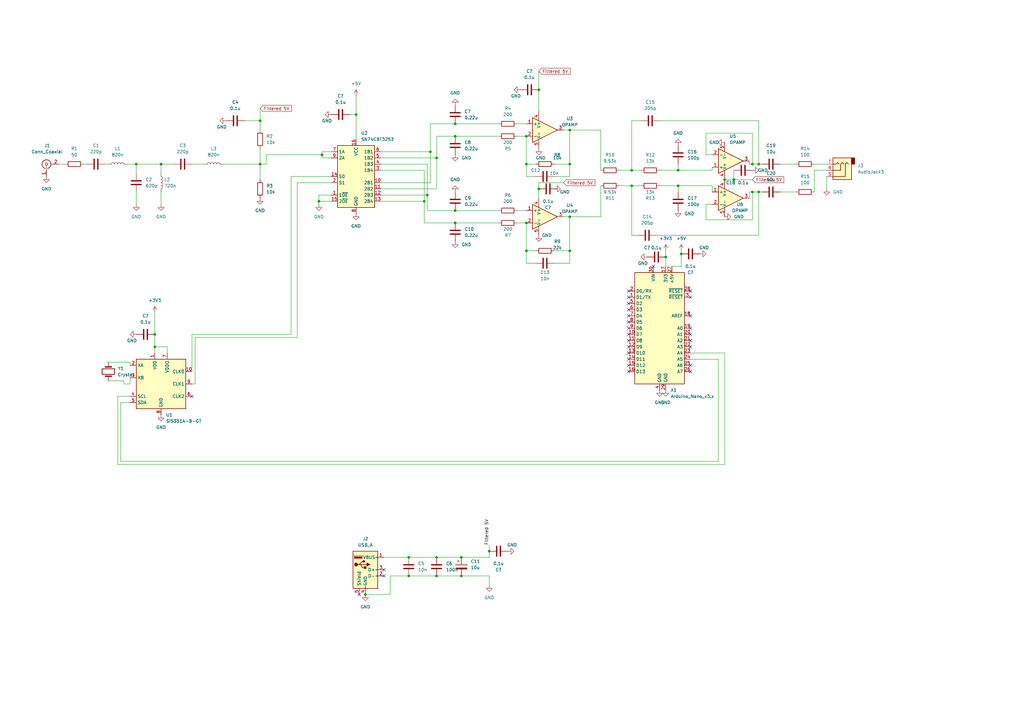
<source format=kicad_sch>
(kicad_sch (version 20211123) (generator eeschema)
  (paper "A3")
  (lib_symbols
    (symbol "Analog_Switch:SN74CBT3253"
      (property "Reference" "U" (at -7.62 13.97 0))
      (property "Value" "SN74CBT3253" (at -11.43 -13.97 0))
      (symbol "SN74CBT3253_0_1"
        (rectangle (start -7.62 12.7) (end 7.62 -12.7) (stroke (width 0.254)) (fill (type background)))
        (rectangle (start 7.62 -12.7) (end 7.62 -12.7))
      )
      (symbol "SN74CBT3253_1_1"
        (pin input line (at -10.16 -7.62 0) (length 2.54) (name "1~{OE}") (number "1"))
        (pin bidirectional line (at 10.16 -2.54 180) (length 2.54) (name "2B1") (number "10"))
        (pin bidirectional line (at 10.16 -5.08 180) (length 2.54) (name "2B2") (number "11"))
        (pin bidirectional line (at 10.16 -7.62 180) (length 2.54) (name "2B3") (number "12"))
        (pin bidirectional line (at 10.16 -10.16 180) (length 2.54) (name "2B4") (number "13"))
        (pin input line (at -10.16 0 0) (length 2.54) (name "S0") (number "14"))
        (pin input line (at -10.16 -10.16 0) (length 2.54) (name "2~{OE}") (number "15"))
        (pin power_in line (at 0 15.24 270) (length 2.54) (name "VCC") (number "16"))
        (pin input line (at -10.16 -2.54 0) (length 2.54) (name "S1") (number "2"))
        (pin bidirectional line (at 10.16 2.54 180) (length 2.54) (name "1B4") (number "3"))
        (pin bidirectional line (at 10.16 5.08 180) (length 2.54) (name "1B3") (number "4"))
        (pin bidirectional line (at 10.16 7.62 180) (length 2.54) (name "1B2") (number "5"))
        (pin bidirectional line (at 10.16 10.16 180) (length 2.54) (name "1B1") (number "6"))
        (pin bidirectional line (at -10.16 10.16 0) (length 2.54) (name "1A") (number "7"))
        (pin power_in line (at 0 -15.24 90) (length 2.54) (name "GND") (number "8"))
        (pin bidirectional line (at -10.16 7.62 0) (length 2.54) (name "2A") (number "9"))
      )
    )
    (symbol "Connector:AudioJack3"
      (property "Reference" "J" (at 0 8.89 0))
      (property "Value" "AudioJack3" (at 0 6.35 0))
      (symbol "AudioJack3_0_1"
        (rectangle (start -5.08 -5.08) (end -6.35 -2.54) (stroke (width 0.254)) (fill (type outline)))
        (polyline (pts (xy 0 -2.54) (xy 0.635 -3.175) (xy 1.27 -2.54) (xy 2.54 -2.54)) (stroke (width 0.254)))
        (polyline (pts (xy -1.905 -2.54) (xy -1.27 -3.175) (xy -0.635 -2.54) (xy -0.635 0) (xy 2.54 0)) (stroke (width 0.254)))
        (polyline (pts (xy 2.54 2.54) (xy -2.54 2.54) (xy -2.54 -2.54) (xy -3.175 -3.175) (xy -3.81 -2.54)) (stroke (width 0.254)))
        (rectangle (start 2.54 3.81) (end -5.08 -5.08) (stroke (width 0.254)) (fill (type background)))
      )
      (symbol "AudioJack3_1_1"
        (pin passive line (at 5.08 0 180) (length 2.54) (name "~") (number "R"))
        (pin passive line (at 5.08 2.54 180) (length 2.54) (name "~") (number "S"))
        (pin passive line (at 5.08 -2.54 180) (length 2.54) (name "~") (number "T"))
      )
    )
    (symbol "Connector:Conn_Coaxial" (pin_names (offset 1.016) hide)
      (property "Reference" "J" (at 0.254 3.048 0))
      (property "Value" "Conn_Coaxial" (at 2.921 0 90))
      (symbol "Conn_Coaxial_0_1"
        (arc (start -1.778 -0.508) (mid 0.2311 -1.8066) (end 1.778 0) (stroke (width 0.254)))
        (polyline (pts (xy -2.54 0) (xy -0.508 0)))
        (polyline (pts (xy 0 -2.54) (xy 0 -1.778)))
        (circle (center 0 0) (radius 0.508) (stroke (width 0.2032)))
        (arc (start 1.778 0) (mid 0.2099 1.8101) (end -1.778 0.508) (stroke (width 0.254)))
      )
      (symbol "Conn_Coaxial_1_1"
        (pin passive line (at -5.08 0 0) (length 2.54) (name "In") (number "1"))
        (pin passive line (at 0 -5.08 90) (length 2.54) (name "Ext") (number "2"))
      )
    )
    (symbol "Connector:USB_A" (pin_names (offset 1.016))
      (property "Reference" "J" (at -5.08 11.43 0))
      (property "Value" "USB_A" (at -5.08 8.89 0))
      (symbol "USB_A_0_1"
        (rectangle (start -5.08 -7.62) (end 5.08 7.62) (stroke (width 0.254)) (fill (type background)))
        (circle (center -3.81 2.159) (radius 0.635) (stroke (width 0.254)) (fill (type outline)))
        (rectangle (start -1.524 4.826) (end -4.318 5.334) (fill (type outline)))
        (rectangle (start -1.27 4.572) (end -4.572 5.842))
        (circle (center -0.635 3.429) (radius 0.381) (stroke (width 0.254)) (fill (type outline)))
        (rectangle (start -0.127 -7.62) (end 0.127 -6.858))
        (polyline (pts (xy -3.175 2.159) (xy -2.54 2.159) (xy -1.27 3.429) (xy -0.635 3.429)) (stroke (width 0.254)))
        (polyline (pts (xy -2.54 2.159) (xy -1.905 2.159) (xy -1.27 0.889) (xy 0 0.889)) (stroke (width 0.254)))
        (polyline (pts (xy 0.635 2.794) (xy 0.635 1.524) (xy 1.905 2.159) (xy 0.635 2.794)) (stroke (width 0.254)) (fill (type outline)))
        (rectangle (start 0.254 1.27) (end -0.508 0.508) (stroke (width 0.254)) (fill (type outline)))
        (rectangle (start 5.08 -2.667) (end 4.318 -2.413))
        (rectangle (start 5.08 -0.127) (end 4.318 0.127))
        (rectangle (start 5.08 4.953) (end 4.318 5.207))
      )
      (symbol "USB_A_1_1"
        (polyline (pts (xy -1.905 2.159) (xy 0.635 2.159)) (stroke (width 0.254)))
        (pin power_in line (at 7.62 5.08 180) (length 2.54) (name "VBUS") (number "1"))
        (pin bidirectional line (at 7.62 -2.54 180) (length 2.54) (name "D-") (number "2"))
        (pin bidirectional line (at 7.62 0 180) (length 2.54) (name "D+") (number "3"))
        (pin power_in line (at 0 -10.16 90) (length 2.54) (name "GND") (number "4"))
        (pin passive line (at -2.54 -10.16 90) (length 2.54) (name "Shield") (number "5"))
      )
    )
    (symbol "Device:C" (pin_numbers hide) (pin_names (offset 0.254))
      (property "Reference" "C" (at 0.635 2.54 0))
      (property "Value" "C" (at 0.635 -2.54 0))
      (symbol "C_0_1"
        (polyline (pts (xy -2.032 -0.762) (xy 2.032 -0.762)) (stroke (width 0.508)))
        (polyline (pts (xy -2.032 0.762) (xy 2.032 0.762)) (stroke (width 0.508)))
      )
      (symbol "C_1_1"
        (pin passive line (at 0 3.81 270) (length 2.794) (name "~") (number "1"))
        (pin passive line (at 0 -3.81 90) (length 2.794) (name "~") (number "2"))
      )
    )
    (symbol "Device:C_Polarized" (pin_numbers hide) (pin_names (offset 0.254))
      (property "Reference" "C" (at 0.635 2.54 0))
      (property "Value" "C_Polarized" (at 0.635 -2.54 0))
      (symbol "C_Polarized_0_1"
        (rectangle (start -2.286 0.508) (end 2.286 1.016))
        (polyline (pts (xy -1.778 2.286) (xy -0.762 2.286)))
        (polyline (pts (xy -1.27 2.794) (xy -1.27 1.778)))
        (rectangle (start 2.286 -0.508) (end -2.286 -1.016) (fill (type outline)))
      )
      (symbol "C_Polarized_1_1"
        (pin passive line (at 0 3.81 270) (length 2.794) (name "~") (number "1"))
        (pin passive line (at 0 -3.81 90) (length 2.794) (name "~") (number "2"))
      )
    )
    (symbol "Device:Crystal" (pin_numbers hide) (pin_names (offset 1.016) hide)
      (property "Reference" "Y" (at 0 3.81 0))
      (property "Value" "Crystal" (at 0 -3.81 0))
      (symbol "Crystal_0_1"
        (rectangle (start -1.143 2.54) (end 1.143 -2.54) (stroke (width 0.3048)))
        (polyline (pts (xy -2.54 0) (xy -1.905 0)))
        (polyline (pts (xy -1.905 -1.27) (xy -1.905 1.27)) (stroke (width 0.508)))
        (polyline (pts (xy 1.905 -1.27) (xy 1.905 1.27)) (stroke (width 0.508)))
        (polyline (pts (xy 2.54 0) (xy 1.905 0)))
      )
      (symbol "Crystal_1_1"
        (pin passive line (at -3.81 0 0) (length 1.27) (name "1") (number "1"))
        (pin passive line (at 3.81 0 180) (length 1.27) (name "2") (number "2"))
      )
    )
    (symbol "Device:L" (pin_numbers hide) (pin_names (offset 1.016) hide)
      (property "Reference" "L" (at -1.27 0 90))
      (property "Value" "L" (at 1.905 0 90))
      (symbol "L_0_1"
        (arc (start 0 -2.54) (mid 0.635 -1.905) (end 0 -1.27))
        (arc (start 0 -1.27) (mid 0.635 -0.635) (end 0 0))
        (arc (start 0 0) (mid 0.635 0.635) (end 0 1.27))
        (arc (start 0 1.27) (mid 0.635 1.905) (end 0 2.54))
      )
      (symbol "L_1_1"
        (pin passive line (at 0 3.81 270) (length 1.27) (name "1") (number "1"))
        (pin passive line (at 0 -3.81 90) (length 1.27) (name "2") (number "2"))
      )
    )
    (symbol "Device:R" (pin_numbers hide) (pin_names (offset 0))
      (property "Reference" "R" (at 2.032 0 90))
      (property "Value" "R" (at 0 0 90))
      (symbol "R_0_1"
        (rectangle (start -1.016 -2.54) (end 1.016 2.54) (stroke (width 0.254)))
      )
      (symbol "R_1_1"
        (pin passive line (at 0 3.81 270) (length 1.27) (name "~") (number "1"))
        (pin passive line (at 0 -3.81 90) (length 1.27) (name "~") (number "2"))
      )
    )
    (symbol "MCU_Module:Arduino_Nano_v3.x"
      (property "Reference" "A" (at -10.16 23.495 0))
      (property "Value" "Arduino_Nano_v3.x" (at 5.08 -24.13 0))
      (symbol "Arduino_Nano_v3.x_0_1"
        (rectangle (start -10.16 22.86) (end 10.16 -22.86) (stroke (width 0.254)) (fill (type background)))
      )
      (symbol "Arduino_Nano_v3.x_1_1"
        (pin bidirectional line (at -12.7 12.7 0) (length 2.54) (name "D1/TX") (number "1"))
        (pin bidirectional line (at -12.7 -2.54 0) (length 2.54) (name "D7") (number "10"))
        (pin bidirectional line (at -12.7 -5.08 0) (length 2.54) (name "D8") (number "11"))
        (pin bidirectional line (at -12.7 -7.62 0) (length 2.54) (name "D9") (number "12"))
        (pin bidirectional line (at -12.7 -10.16 0) (length 2.54) (name "D10") (number "13"))
        (pin bidirectional line (at -12.7 -12.7 0) (length 2.54) (name "D11") (number "14"))
        (pin bidirectional line (at -12.7 -15.24 0) (length 2.54) (name "D12") (number "15"))
        (pin bidirectional line (at -12.7 -17.78 0) (length 2.54) (name "D13") (number "16"))
        (pin power_out line (at 2.54 25.4 270) (length 2.54) (name "3V3") (number "17"))
        (pin input line (at 12.7 5.08 180) (length 2.54) (name "AREF") (number "18"))
        (pin bidirectional line (at 12.7 0 180) (length 2.54) (name "A0") (number "19"))
        (pin bidirectional line (at -12.7 15.24 0) (length 2.54) (name "D0/RX") (number "2"))
        (pin bidirectional line (at 12.7 -2.54 180) (length 2.54) (name "A1") (number "20"))
        (pin bidirectional line (at 12.7 -5.08 180) (length 2.54) (name "A2") (number "21"))
        (pin bidirectional line (at 12.7 -7.62 180) (length 2.54) (name "A3") (number "22"))
        (pin bidirectional line (at 12.7 -10.16 180) (length 2.54) (name "A4") (number "23"))
        (pin bidirectional line (at 12.7 -12.7 180) (length 2.54) (name "A5") (number "24"))
        (pin bidirectional line (at 12.7 -15.24 180) (length 2.54) (name "A6") (number "25"))
        (pin bidirectional line (at 12.7 -17.78 180) (length 2.54) (name "A7") (number "26"))
        (pin power_out line (at 5.08 25.4 270) (length 2.54) (name "+5V") (number "27"))
        (pin input line (at 12.7 15.24 180) (length 2.54) (name "~{RESET}") (number "28"))
        (pin power_in line (at 2.54 -25.4 90) (length 2.54) (name "GND") (number "29"))
        (pin input line (at 12.7 12.7 180) (length 2.54) (name "~{RESET}") (number "3"))
        (pin power_in line (at -2.54 25.4 270) (length 2.54) (name "VIN") (number "30"))
        (pin power_in line (at 0 -25.4 90) (length 2.54) (name "GND") (number "4"))
        (pin bidirectional line (at -12.7 10.16 0) (length 2.54) (name "D2") (number "5"))
        (pin bidirectional line (at -12.7 7.62 0) (length 2.54) (name "D3") (number "6"))
        (pin bidirectional line (at -12.7 5.08 0) (length 2.54) (name "D4") (number "7"))
        (pin bidirectional line (at -12.7 2.54 0) (length 2.54) (name "D5") (number "8"))
        (pin bidirectional line (at -12.7 0 0) (length 2.54) (name "D6") (number "9"))
      )
    )
    (symbol "Oscillator:Si5351A-B-GT"
      (property "Reference" "U" (at -8.89 11.43 0))
      (property "Value" "Si5351A-B-GT" (at -12.7 -12.7 0))
      (symbol "Si5351A-B-GT_0_1"
        (rectangle (start -10.16 10.16) (end 10.16 -10.16) (stroke (width 0.254)) (fill (type background)))
      )
      (symbol "Si5351A-B-GT_1_1"
        (pin power_in line (at -2.54 12.7 270) (length 2.54) (name "VDD") (number "1"))
        (pin output line (at 12.7 5.08 180) (length 2.54) (name "CLK0") (number "10"))
        (pin input line (at -12.7 7.62 0) (length 2.54) (name "XA") (number "2"))
        (pin input line (at -12.7 2.54 0) (length 2.54) (name "XB") (number "3"))
        (pin input line (at -12.7 -5.08 0) (length 2.54) (name "SCL") (number "4"))
        (pin bidirectional line (at -12.7 -7.62 0) (length 2.54) (name "SDA") (number "5"))
        (pin output line (at 12.7 -5.08 180) (length 2.54) (name "CLK2") (number "6"))
        (pin power_in line (at 2.54 12.7 270) (length 2.54) (name "VDDO") (number "7"))
        (pin power_in line (at 0 -12.7 90) (length 2.54) (name "GND") (number "8"))
        (pin output line (at 12.7 0 180) (length 2.54) (name "CLK1") (number "9"))
      )
    )
    (symbol "power:+3.3V" (power) (pin_names (offset 0))
      (property "Value" "+3.3V" (at 0 3.556 0))
      (symbol "+3.3V_0_1"
        (polyline (pts (xy -0.762 1.27) (xy 0 2.54)))
        (polyline (pts (xy 0 0) (xy 0 2.54)))
        (polyline (pts (xy 0 2.54) (xy 0.762 1.27)))
      )
      (symbol "+3.3V_1_1"
        (pin power_in line (at 0 0 90) (length 0) hide (name "+3V3") (number "1"))
      )
    )
    (symbol "power:+5V" (power) (pin_names (offset 0))
      (property "Value" "+5V" (at 0 3.556 0))
      (symbol "+5V_0_1"
        (polyline (pts (xy -0.762 1.27) (xy 0 2.54)))
        (polyline (pts (xy 0 0) (xy 0 2.54)))
        (polyline (pts (xy 0 2.54) (xy 0.762 1.27)))
      )
      (symbol "+5V_1_1"
        (pin power_in line (at 0 0 90) (length 0) hide (name "+5V") (number "1"))
      )
    )
    (symbol "power:GND" (power) (pin_names (offset 0))
      (property "Value" "GND" (at 0 -3.81 0))
      (symbol "GND_0_1"
        (polyline (pts (xy 0 0) (xy 0 -1.27) (xy 1.27 -1.27) (xy 0 -2.54) (xy -1.27 -1.27) (xy 0 -1.27)))
      )
      (symbol "GND_1_1"
        (pin power_in line (at 0 0 270) (length 0) hide (name "GND") (number "1"))
      )
    )
    (symbol "pspice:OPAMP" (pin_names (offset 0.254))
      (property "Reference" "U" (at 3.81 3.175 0))
      (property "Value" "OPAMP" (at 3.81 -3.175 0))
      (symbol "OPAMP_0_1"
        (polyline (pts (xy 5.08 0) (xy -5.08 5.08) (xy -5.08 -5.08) (xy 5.08 0)) (stroke (width 0.254)) (fill (type background)))
      )
      (symbol "OPAMP_1_1"
        (pin input line (at -7.62 2.54 0) (length 2.54) (name "+") (number "1"))
        (pin input line (at -7.62 -2.54 0) (length 2.54) (name "-") (number "2"))
        (pin output line (at 7.62 0 180) (length 2.54) (name "~") (number "3"))
        (pin power_in line (at -2.54 7.62 270) (length 3.81) (name "V+") (number "4"))
        (pin power_in line (at -2.54 -7.62 90) (length 3.81) (name "V-") (number "5"))
      )
    )
  )
  (junction (at 175.26 80.01))
  (junction (at 66.04 67.31))
  (junction (at 233.68 67.31))
  (junction (at 179.07 64.77))
  (junction (at 55.88 67.31))
  (junction (at 173.99 82.55))
  (junction (at 149.86 243.84))
  (junction (at 259.08 69.85))
  (junction (at 63.5 137.16))
  (junction (at 215.9 67.31))
  (junction (at 106.68 49.53))
  (junction (at 311.15 67.31))
  (junction (at 132.08 63.5))
  (junction (at 200.66 226.06))
  (junction (at 308.61 67.31))
  (junction (at 297.18 73.66))
  (junction (at 279.4 104.14))
  (junction (at 186.69 55.88))
  (junction (at 63.5 142.24))
  (junction (at 259.08 76.2))
  (junction (at 233.68 102.87))
  (junction (at 308.61 78.74))
  (junction (at 186.69 91.44))
  (junction (at 146.05 46.99))
  (junction (at 220.98 77.47))
  (junction (at 278.13 76.2))
  (junction (at 273.05 105.41))
  (junction (at 189.23 236.22))
  (junction (at 106.68 67.31))
  (junction (at 189.23 228.6))
  (junction (at 167.64 228.6))
  (junction (at 300.99 73.66))
  (junction (at 311.15 78.74))
  (junction (at 130.81 82.55))
  (junction (at 186.69 86.36))
  (junction (at 233.68 88.9))
  (junction (at 215.9 102.87))
  (junction (at 186.69 50.8))
  (junction (at 278.13 69.85))
  (junction (at 215.9 91.44))
  (junction (at 220.98 36.83))
  (junction (at 176.53 62.23))
  (junction (at 233.68 53.34))
  (junction (at 167.64 236.22))
  (junction (at 179.07 236.22))
  (junction (at 215.9 55.88))
  (junction (at 179.07 228.6))
  (no_connect (at 78.74 162.56))
  (no_connect (at 157.48 233.68))
  (no_connect (at 157.48 236.22))
  (no_connect (at 147.32 243.84))
  (no_connect (at 267.97 109.22))
  (no_connect (at 283.21 119.38))
  (no_connect (at 283.21 121.92))
  (no_connect (at 283.21 129.54))
  (no_connect (at 283.21 134.62))
  (no_connect (at 283.21 137.16))
  (no_connect (at 283.21 139.7))
  (no_connect (at 283.21 142.24))
  (no_connect (at 283.21 149.86))
  (no_connect (at 283.21 152.4))
  (no_connect (at 257.81 152.4))
  (no_connect (at 257.81 149.86))
  (no_connect (at 257.81 147.32))
  (no_connect (at 257.81 144.78))
  (no_connect (at 257.81 142.24))
  (no_connect (at 257.81 139.7))
  (no_connect (at 257.81 137.16))
  (no_connect (at 257.81 134.62))
  (no_connect (at 257.81 132.08))
  (no_connect (at 257.81 129.54))
  (no_connect (at 257.81 127))
  (no_connect (at 257.81 124.46))
  (no_connect (at 257.81 121.92))
  (no_connect (at 257.81 119.38))
  (wire (pts (xy 78.74 67.31) (xy 83.82 67.31)))
  (wire (pts (xy 246.38 53.34) (xy 246.38 69.85)))
  (wire (pts (xy 100.33 49.53) (xy 106.68 49.53)))
  (wire (pts (xy 80.01 157.48) (xy 80.01 138.43)))
  (wire (pts (xy 179.07 55.88) (xy 186.69 55.88)))
  (wire (pts (xy 300.99 69.85) (xy 300.99 73.66)))
  (wire (pts (xy 220.98 29.21) (xy 220.98 36.83)))
  (wire (pts (xy 167.64 236.22) (xy 179.07 236.22)))
  (wire (pts (xy 78.74 137.16) (xy 78.74 152.4)))
  (wire (pts (xy 34.29 67.31) (xy 35.56 67.31)))
  (wire (pts (xy 289.56 54.61) (xy 289.56 63.5)))
  (wire (pts (xy 106.68 67.31) (xy 106.68 73.66)))
  (wire (pts (xy 283.21 147.32) (xy 294.64 147.32)))
  (wire (pts (xy 270.51 76.2) (xy 278.13 76.2)))
  (wire (pts (xy 259.08 69.85) (xy 262.89 69.85)))
  (wire (pts (xy 292.1 76.2) (xy 292.1 78.74)))
  (wire (pts (xy 156.21 64.77) (xy 179.07 64.77)))
  (wire (pts (xy 246.38 76.2) (xy 246.38 88.9)))
  (wire (pts (xy 270.51 49.53) (xy 311.15 49.53)))
  (wire (pts (xy 278.13 69.85) (xy 292.1 69.85)))
  (wire (pts (xy 80.01 138.43) (xy 121.92 138.43)))
  (wire (pts (xy 269.24 96.52) (xy 311.15 96.52)))
  (wire (pts (xy 308.61 78.74) (xy 307.34 78.74)))
  (wire (pts (xy 189.23 236.22) (xy 200.66 236.22)))
  (wire (pts (xy 212.09 50.8) (xy 215.9 50.8)))
  (wire (pts (xy 308.61 67.31) (xy 311.15 67.31)))
  (wire (pts (xy 130.81 82.55) (xy 135.89 82.55)))
  (wire (pts (xy 156.21 77.47) (xy 179.07 77.47)))
  (wire (pts (xy 175.26 86.36) (xy 186.69 86.36)))
  (wire (pts (xy 160.02 243.84) (xy 160.02 236.22)))
  (wire (pts (xy 156.21 80.01) (xy 175.26 80.01)))
  (wire (pts (xy 106.68 67.31) (xy 109.22 67.31)))
  (wire (pts (xy 175.26 67.31) (xy 175.26 80.01)))
  (wire (pts (xy 215.9 107.95) (xy 215.9 102.87)))
  (wire (pts (xy 173.99 82.55) (xy 173.99 91.44)))
  (wire (pts (xy 289.56 83.82) (xy 289.56 90.17)))
  (wire (pts (xy 130.81 82.55) (xy 130.81 83.82)))
  (wire (pts (xy 233.68 53.34) (xy 233.68 67.31)))
  (wire (pts (xy 215.9 67.31) (xy 219.71 67.31)))
  (wire (pts (xy 259.08 49.53) (xy 262.89 49.53)))
  (wire (pts (xy 212.09 86.36) (xy 215.9 86.36)))
  (wire (pts (xy 156.21 69.85) (xy 173.99 69.85)))
  (wire (pts (xy 52.07 67.31) (xy 55.88 67.31)))
  (wire (pts (xy 227.33 102.87) (xy 233.68 102.87)))
  (wire (pts (xy 160.02 236.22) (xy 167.64 236.22)))
  (wire (pts (xy 176.53 62.23) (xy 176.53 50.8)))
  (wire (pts (xy 66.04 78.74) (xy 66.04 83.82)))
  (wire (pts (xy 143.51 46.99) (xy 146.05 46.99)))
  (wire (pts (xy 220.98 36.83) (xy 220.98 45.72)))
  (wire (pts (xy 233.68 67.31) (xy 233.68 72.39)))
  (wire (pts (xy 109.22 63.5) (xy 132.08 63.5)))
  (wire (pts (xy 63.5 142.24) (xy 68.58 142.24)))
  (wire (pts (xy 186.69 50.8) (xy 204.47 50.8)))
  (wire (pts (xy 109.22 67.31) (xy 109.22 63.5)))
  (wire (pts (xy 63.5 128.27) (xy 63.5 137.16)))
  (wire (pts (xy 308.61 90.17) (xy 308.61 78.74)))
  (wire (pts (xy 233.68 88.9) (xy 246.38 88.9)))
  (wire (pts (xy 63.5 142.24) (xy 63.5 144.78)))
  (wire (pts (xy 212.09 91.44) (xy 215.9 91.44)))
  (wire (pts (xy 215.9 67.31) (xy 215.9 72.39)))
  (wire (pts (xy 259.08 76.2) (xy 259.08 96.52)))
  (wire (pts (xy 135.89 80.01) (xy 130.81 80.01)))
  (wire (pts (xy 173.99 91.44) (xy 186.69 91.44)))
  (wire (pts (xy 66.04 67.31) (xy 71.12 67.31)))
  (wire (pts (xy 189.23 228.6) (xy 200.66 228.6)))
  (wire (pts (xy 119.38 137.16) (xy 78.74 137.16)))
  (wire (pts (xy 273.05 102.87) (xy 273.05 105.41)))
  (wire (pts (xy 339.09 72.39) (xy 339.09 77.47)))
  (wire (pts (xy 273.05 105.41) (xy 273.05 109.22)))
  (wire (pts (xy 48.26 190.5) (xy 297.18 190.5)))
  (wire (pts (xy 156.21 74.93) (xy 176.53 74.93)))
  (wire (pts (xy 294.64 147.32) (xy 294.64 189.23)))
  (wire (pts (xy 259.08 96.52) (xy 261.62 96.52)))
  (wire (pts (xy 121.92 138.43) (xy 121.92 74.93)))
  (wire (pts (xy 220.98 77.47) (xy 220.98 74.93)))
  (wire (pts (xy 91.44 67.31) (xy 106.68 67.31)))
  (wire (pts (xy 320.04 67.31) (xy 326.39 67.31)))
  (wire (pts (xy 215.9 55.88) (xy 215.9 67.31)))
  (wire (pts (xy 186.69 86.36) (xy 204.47 86.36)))
  (wire (pts (xy 220.98 81.28) (xy 220.98 77.47)))
  (wire (pts (xy 157.48 228.6) (xy 167.64 228.6)))
  (wire (pts (xy 289.56 54.61) (xy 308.61 54.61)))
  (wire (pts (xy 279.4 109.22) (xy 279.4 104.14)))
  (wire (pts (xy 63.5 137.16) (xy 63.5 142.24)))
  (wire (pts (xy 132.08 64.77) (xy 132.08 63.5)))
  (wire (pts (xy 156.21 82.55) (xy 173.99 82.55)))
  (wire (pts (xy 55.88 78.74) (xy 55.88 83.82)))
  (wire (pts (xy 200.66 236.22) (xy 200.66 240.03)))
  (wire (pts (xy 48.26 162.56) (xy 48.26 190.5)))
  (wire (pts (xy 212.09 55.88) (xy 215.9 55.88)))
  (wire (pts (xy 233.68 88.9) (xy 231.14 88.9)))
  (wire (pts (xy 289.56 90.17) (xy 308.61 90.17)))
  (wire (pts (xy 308.61 78.74) (xy 311.15 78.74)))
  (wire (pts (xy 49.53 189.23) (xy 49.53 165.1)))
  (wire (pts (xy 227.33 107.95) (xy 233.68 107.95)))
  (wire (pts (xy 121.92 74.93) (xy 135.89 74.93)))
  (wire (pts (xy 219.71 102.87) (xy 215.9 102.87)))
  (wire (pts (xy 53.34 157.48) (xy 53.34 154.94)))
  (wire (pts (xy 228.6 77.47) (xy 227.33 77.47)))
  (wire (pts (xy 186.69 55.88) (xy 204.47 55.88)))
  (wire (pts (xy 53.34 148.59) (xy 53.34 149.86)))
  (wire (pts (xy 289.56 63.5) (xy 292.1 63.5)))
  (wire (pts (xy 219.71 107.95) (xy 215.9 107.95)))
  (wire (pts (xy 227.33 67.31) (xy 233.68 67.31)))
  (wire (pts (xy 227.33 72.39) (xy 233.68 72.39)))
  (wire (pts (xy 176.53 74.93) (xy 176.53 62.23)))
  (wire (pts (xy 307.34 67.31) (xy 308.61 67.31)))
  (wire (pts (xy 179.07 236.22) (xy 189.23 236.22)))
  (wire (pts (xy 220.98 74.93) (xy 231.14 74.93)))
  (wire (pts (xy 289.56 83.82) (xy 292.1 83.82)))
  (wire (pts (xy 259.08 69.85) (xy 259.08 49.53)))
  (wire (pts (xy 311.15 67.31) (xy 312.42 67.31)))
  (wire (pts (xy 167.64 228.6) (xy 179.07 228.6)))
  (wire (pts (xy 156.21 67.31) (xy 175.26 67.31)))
  (wire (pts (xy 186.69 91.44) (xy 204.47 91.44)))
  (wire (pts (xy 275.59 109.22) (xy 279.4 109.22)))
  (wire (pts (xy 44.45 67.31) (xy 43.18 67.31)))
  (wire (pts (xy 179.07 228.6) (xy 189.23 228.6)))
  (wire (pts (xy 132.08 63.5) (xy 132.08 62.23)))
  (wire (pts (xy 233.68 107.95) (xy 233.68 102.87)))
  (wire (pts (xy 294.64 189.23) (xy 49.53 189.23)))
  (wire (pts (xy 233.68 53.34) (xy 246.38 53.34)))
  (wire (pts (xy 279.4 104.14) (xy 279.4 102.87)))
  (wire (pts (xy 135.89 72.39) (xy 119.38 72.39)))
  (wire (pts (xy 50.8 157.48) (xy 53.34 157.48)))
  (wire (pts (xy 24.13 67.31) (xy 26.67 67.31)))
  (wire (pts (xy 106.68 60.96) (xy 106.68 67.31)))
  (wire (pts (xy 156.21 62.23) (xy 176.53 62.23)))
  (wire (pts (xy 233.68 102.87) (xy 233.68 88.9)))
  (wire (pts (xy 215.9 102.87) (xy 215.9 91.44)))
  (wire (pts (xy 300.99 73.66) (xy 308.61 73.66)))
  (wire (pts (xy 334.01 67.31) (xy 339.09 67.31)))
  (wire (pts (xy 173.99 69.85) (xy 173.99 82.55)))
  (wire (pts (xy 320.04 78.74) (xy 326.39 78.74)))
  (wire (pts (xy 311.15 96.52) (xy 311.15 78.74)))
  (wire (pts (xy 50.8 156.21) (xy 44.45 156.21)))
  (wire (pts (xy 297.18 190.5) (xy 297.18 144.78)))
  (wire (pts (xy 311.15 49.53) (xy 311.15 67.31)))
  (wire (pts (xy 55.88 67.31) (xy 55.88 71.12)))
  (wire (pts (xy 135.89 64.77) (xy 132.08 64.77)))
  (wire (pts (xy 278.13 76.2) (xy 278.13 78.74)))
  (wire (pts (xy 233.68 53.34) (xy 231.14 53.34)))
  (wire (pts (xy 44.45 148.59) (xy 53.34 148.59)))
  (wire (pts (xy 149.86 243.84) (xy 160.02 243.84)))
  (wire (pts (xy 55.88 67.31) (xy 66.04 67.31)))
  (wire (pts (xy 259.08 76.2) (xy 262.89 76.2)))
  (wire (pts (xy 334.01 69.85) (xy 339.09 69.85)))
  (wire (pts (xy 49.53 165.1) (xy 53.34 165.1)))
  (wire (pts (xy 311.15 78.74) (xy 312.42 78.74)))
  (wire (pts (xy 66.04 67.31) (xy 66.04 71.12)))
  (wire (pts (xy 278.13 67.31) (xy 278.13 69.85)))
  (wire (pts (xy 68.58 142.24) (xy 68.58 144.78)))
  (wire (pts (xy 200.66 223.52) (xy 200.66 226.06)))
  (wire (pts (xy 175.26 80.01) (xy 175.26 86.36)))
  (wire (pts (xy 297.18 73.66) (xy 300.99 73.66)))
  (wire (pts (xy 179.07 55.88) (xy 179.07 64.77)))
  (wire (pts (xy 215.9 72.39) (xy 219.71 72.39)))
  (wire (pts (xy 200.66 226.06) (xy 200.66 228.6)))
  (wire (pts (xy 119.38 72.39) (xy 119.38 137.16)))
  (wire (pts (xy 130.81 80.01) (xy 130.81 82.55)))
  (wire (pts (xy 254 76.2) (xy 259.08 76.2)))
  (wire (pts (xy 146.05 46.99) (xy 146.05 57.15)))
  (wire (pts (xy 292.1 69.85) (xy 292.1 68.58)))
  (wire (pts (xy 297.18 144.78) (xy 283.21 144.78)))
  (wire (pts (xy 106.68 44.45) (xy 106.68 49.53)))
  (wire (pts (xy 176.53 50.8) (xy 186.69 50.8)))
  (wire (pts (xy 307.34 66.04) (xy 307.34 67.31)))
  (wire (pts (xy 132.08 62.23) (xy 135.89 62.23)))
  (wire (pts (xy 308.61 54.61) (xy 308.61 67.31)))
  (wire (pts (xy 78.74 157.48) (xy 80.01 157.48)))
  (wire (pts (xy 307.34 78.74) (xy 307.34 81.28)))
  (wire (pts (xy 254 69.85) (xy 259.08 69.85)))
  (wire (pts (xy 53.34 162.56) (xy 48.26 162.56)))
  (wire (pts (xy 146.05 39.37) (xy 146.05 46.99)))
  (wire (pts (xy 278.13 76.2) (xy 292.1 76.2)))
  (wire (pts (xy 50.8 157.48) (xy 50.8 156.21)))
  (wire (pts (xy 179.07 64.77) (xy 179.07 77.47)))
  (wire (pts (xy 334.01 78.74) (xy 334.01 69.85)))
  (wire (pts (xy 270.51 69.85) (xy 278.13 69.85)))
  (wire (pts (xy 106.68 49.53) (xy 106.68 53.34)))
  (label "Filtered 5V" (at 200.66 223.52 90))
  (global_label "Filtered 5V" (shape input) (at 106.68 44.45 0) (property "Intersheet References" "${INTERSHEET_REFS}" (effects hide)))
  (global_label "Filtered 5V" (shape input) (at 231.14 74.93 0) (property "Intersheet References" "${INTERSHEET_REFS}" (effects hide)))
  (global_label "Filtered 5V" (shape input) (at 220.98 29.21 0) (property "Intersheet References" "${INTERSHEET_REFS}" (effects hide)))
  (global_label "Filtered 5V" (shape input) (at 308.61 73.66 0) (property "Intersheet References" "${INTERSHEET_REFS}" (effects hide)))
  (symbol (lib_id "Connector:Conn_Coaxial") (at 19.05 67.31 90) (unit 1)
    (property "Reference" "J1" (at 19.3432 59.69 90))
    (property "Value" "Conn_Coaxial" (at 19.3432 62.23 90))
    (property "Datasheet" " ~" (effects hide))
  )
  (symbol (lib_id "power:GND") (at 92.71 49.53 270) (unit 1)
    (property "Reference" "#PWR06" (effects hide))
    (property "Value" "GND" (at 88.9 52.07 90) (effects (justify left)))
  )
  (symbol (lib_id "Device:R") (at 30.48 67.31 90) (unit 1)
    (property "Reference" "R1" (at 30.48 60.96 90))
    (property "Value" "50" (at 30.48 63.5 90))
  )
  (symbol (lib_id "Device:L") (at 66.04 74.93 0) (unit 1)
    (property "Reference" "L2" (at 67.31 73.6599 0) (effects (justify left)))
    (property "Value" "720n" (at 67.31 76.1999 0) (effects (justify left)))
  )
  (symbol (lib_id "Device:C") (at 74.93 67.31 90) (unit 1)
    (property "Reference" "C3" (at 74.93 59.69 90))
    (property "Value" "220p" (at 74.93 62.23 90))
  )
  (symbol (lib_id "power:GND") (at 149.86 243.84 0) (unit 1)
    (property "Reference" "#PWR011" (effects hide))
    (property "Value" "GND" (at 149.86 248.92 0))
  )
  (symbol (lib_id "Device:C") (at 39.37 67.31 270) (unit 1)
    (property "Reference" "C1" (at 39.37 59.69 90))
    (property "Value" "220p" (at 39.37 62.23 90))
  )
  (symbol (lib_id "Device:C") (at 223.52 72.39 270) (unit 1)
    (property "Reference" "C12" (at 219.71 69.85 90))
    (property "Value" "10n" (at 227.33 71.12 90))
  )
  (symbol (lib_id "Device:C") (at 278.13 82.55 180) (unit 1)
    (property "Reference" "C17" (at 281.94 81.2799 0) (effects (justify right)))
    (property "Value" "100p" (at 281.94 83.8199 0) (effects (justify right)))
  )
  (symbol (lib_id "Device:R") (at 330.2 78.74 270) (unit 1)
    (property "Reference" "R15" (at 330.2 72.39 90))
    (property "Value" "100" (at 330.2 74.93 90))
  )
  (symbol (lib_id "Device:R") (at 106.68 77.47 0) (unit 1)
    (property "Reference" "R3" (at 109.22 76.1999 0) (effects (justify left)))
    (property "Value" "10k" (at 109.22 78.7399 0) (effects (justify left)))
  )
  (symbol (lib_id "power:+3.3V") (at 63.5 128.27 0) (unit 1)
    (property "Reference" "#PWR03" (effects hide))
    (property "Value" "+3.3V" (at 63.5 123.19 0))
  )
  (symbol (lib_id "Device:C") (at 316.23 67.31 270) (unit 1)
    (property "Reference" "C19" (at 316.23 59.69 90))
    (property "Value" "10u" (at 316.23 62.23 90))
  )
  (symbol (lib_id "power:GND") (at 130.81 83.82 0) (unit 1)
    (property "Reference" "#PWR08" (effects hide))
    (property "Value" "GND" (at 130.81 88.9 0))
  )
  (symbol (lib_id "Connector:AudioJack3") (at 344.17 69.85 180) (unit 1)
    (property "Reference" "J3" (at 351.79 67.9449 0) (effects (justify right)))
    (property "Value" "AudioJack3" (at 351.79 70.4849 0) (effects (justify right)))
  )
  (symbol (lib_id "power:GND") (at 339.09 77.47 0) (unit 1)
    (property "Reference" "#PWR028" (effects hide))
    (property "Value" "GND" (at 341.63 78.7399 0) (effects (justify left)))
  )
  (symbol (lib_id "power:GND") (at 208.28 226.06 90) (unit 1)
    (property "Reference" "#PWR?" (effects hide))
    (property "Value" "GND" (at 212.09 223.52 90) (effects (justify left)))
  )
  (symbol (lib_id "Device:C") (at 186.69 46.99 180) (unit 1)
    (property "Reference" "C7" (at 190.5 45.7199 0) (effects (justify right)))
    (property "Value" "0.22u" (at 190.5 48.2599 0) (effects (justify right)))
  )
  (symbol (lib_id "power:GND") (at 297.18 88.9 90) (unit 1)
    (property "Reference" "#PWR026" (effects hide))
    (property "Value" "GND" (at 300.99 88.8999 90) (effects (justify right)))
  )
  (symbol (lib_id "Device:C") (at 278.13 63.5 180) (unit 1)
    (property "Reference" "C16" (at 281.94 62.2299 0) (effects (justify right)))
    (property "Value" "100p" (at 281.94 64.7699 0) (effects (justify right)))
  )
  (symbol (lib_id "power:GND") (at 220.98 60.96 0) (unit 1)
    (property "Reference" "#PWR017" (effects hide))
    (property "Value" "GND" (at 219.71 64.77 0) (effects (justify left)))
  )
  (symbol (lib_id "power:GND") (at 146.05 87.63 0) (unit 1)
    (property "Reference" "#PWR010" (effects hide))
    (property "Value" "GND" (at 146.05 92.71 0))
  )
  (symbol (lib_id "Device:R") (at 208.28 55.88 90) (unit 1)
    (property "Reference" "R5" (at 208.28 60.96 90))
    (property "Value" "200" (at 208.28 58.42 90))
  )
  (symbol (lib_id "Device:C") (at 59.69 137.16 90) (unit 1)
    (property "Reference" "C?" (at 59.69 129.54 90))
    (property "Value" "0.1u" (at 59.69 132.08 90))
  )
  (symbol (lib_id "Device:C") (at 224.79 77.47 270) (unit 1)
    (property "Reference" "C?" (at 224.79 85.09 90))
    (property "Value" "0.1u" (at 224.79 82.55 90))
  )
  (symbol (lib_id "Device:R") (at 330.2 67.31 270) (unit 1)
    (property "Reference" "R14" (at 330.2 60.96 90))
    (property "Value" "100" (at 330.2 63.5 90))
  )
  (symbol (lib_id "Device:R") (at 208.28 91.44 90) (unit 1)
    (property "Reference" "R7" (at 208.28 96.52 90))
    (property "Value" "200" (at 208.28 93.98 90))
  )
  (symbol (lib_id "power:GND") (at 19.05 72.39 0) (unit 1)
    (property "Reference" "#PWR01" (effects hide))
    (property "Value" "GND" (at 19.05 77.47 0))
  )
  (symbol (lib_id "Device:C") (at 217.17 36.83 90) (unit 1)
    (property "Reference" "C?" (at 217.17 29.21 90))
    (property "Value" "0.1u" (at 217.17 31.75 90))
  )
  (symbol (lib_id "Device:L") (at 48.26 67.31 90) (unit 1)
    (property "Reference" "L1" (at 48.26 60.96 90))
    (property "Value" "820n" (at 48.26 63.5 90))
  )
  (symbol (lib_id "power:GND") (at 186.69 63.5 0) (unit 1)
    (property "Reference" "#PWR013" (effects hide))
    (property "Value" "GND" (at 189.23 64.7699 0) (effects (justify left)))
  )
  (symbol (lib_id "power:GND") (at 265.43 105.41 270) (unit 1)
    (property "Reference" "#PWR?" (effects hide))
    (property "Value" "GND" (at 261.62 107.95 90) (effects (justify left)))
  )
  (symbol (lib_id "power:GND") (at 297.18 58.42 270) (unit 1)
    (property "Reference" "#PWR025" (effects hide))
    (property "Value" "GND" (at 290.83 58.42 90) (effects (justify left)))
  )
  (symbol (lib_id "Device:R") (at 208.28 86.36 90) (unit 1)
    (property "Reference" "R6" (at 208.28 80.01 90))
    (property "Value" "200" (at 208.28 82.55 90))
  )
  (symbol (lib_id "Device:C") (at 265.43 96.52 90) (unit 1)
    (property "Reference" "C14" (at 265.43 88.9 90))
    (property "Value" "205p" (at 265.43 91.44 90))
  )
  (symbol (lib_id "Device:R") (at 106.68 57.15 0) (unit 1)
    (property "Reference" "R2" (at 109.22 55.8799 0) (effects (justify left)))
    (property "Value" "10k" (at 109.22 58.4199 0) (effects (justify left)))
  )
  (symbol (lib_id "Device:C") (at 55.88 74.93 0) (unit 1)
    (property "Reference" "C2" (at 59.69 73.6599 0) (effects (justify left)))
    (property "Value" "620p" (at 59.69 76.1999 0) (effects (justify left)))
  )
  (symbol (lib_id "Device:R") (at 250.19 69.85 90) (unit 1)
    (property "Reference" "R10" (at 250.19 63.5 90))
    (property "Value" "9.53k" (at 250.19 66.04 90))
  )
  (symbol (lib_id "MCU_Module:Arduino_Nano_v3.x") (at 270.51 134.62 0) (unit 1)
    (property "Reference" "A1" (at 275.0694 160.02 0) (effects (justify left)))
    (property "Value" "Arduino_Nano_v3.x" (at 275.0694 162.56 0) (effects (justify left)))
    (property "Footprint" "Module:Arduino_Nano" (effects hide))
    (property "Datasheet" "http://www.mouser.com/pdfdocs/Gravitech_Arduino_Nano3_0.pdf" (effects hide))
  )
  (symbol (lib_id "Device:R") (at 208.28 50.8 90) (unit 1)
    (property "Reference" "R4" (at 208.28 44.45 90))
    (property "Value" "200" (at 208.28 46.99 90))
  )
  (symbol (lib_id "power:GND") (at 220.98 96.52 0) (unit 1)
    (property "Reference" "#PWR018" (effects hide))
    (property "Value" "GND" (at 222.25 96.52 0) (effects (justify left)))
  )
  (symbol (lib_id "Device:C") (at 186.69 82.55 180) (unit 1)
    (property "Reference" "C9" (at 190.5 81.2799 0) (effects (justify right)))
    (property "Value" "0.22u" (at 190.5 83.8199 0) (effects (justify right)))
  )
  (symbol (lib_id "power:GND") (at 135.89 46.99 270) (unit 1)
    (property "Reference" "#PWR?" (effects hide))
    (property "Value" "GND" (at 132.08 49.53 90) (effects (justify left)))
  )
  (symbol (lib_id "pspice:OPAMP") (at 223.52 53.34 0) (unit 1)
    (property "Reference" "U3" (at 233.68 48.641 0))
    (property "Value" "OPAMP" (at 233.68 51.181 0))
  )
  (symbol (lib_id "power:+5V") (at 279.4 102.87 0) (unit 1)
    (property "Reference" "#PWR022" (effects hide))
    (property "Value" "+5V" (at 279.4 97.79 0))
  )
  (symbol (lib_id "power:GND") (at 55.88 137.16 270) (unit 1)
    (property "Reference" "#PWR?" (effects hide))
    (property "Value" "GND" (at 52.07 139.7 90) (effects (justify left)))
  )
  (symbol (lib_id "power:GND") (at 106.68 81.28 0) (unit 1)
    (property "Reference" "#PWR07" (effects hide))
    (property "Value" "GND" (at 106.68 86.36 0))
  )
  (symbol (lib_id "power:GND") (at 278.13 59.69 180) (unit 1)
    (property "Reference" "#PWR023" (effects hide))
    (property "Value" "GND" (at 278.13 54.61 0))
  )
  (symbol (lib_id "Device:C") (at 204.47 226.06 270) (unit 1)
    (property "Reference" "C?" (at 204.47 233.68 90))
    (property "Value" "0.1u" (at 204.47 231.14 90))
  )
  (symbol (lib_id "pspice:OPAMP") (at 223.52 88.9 0) (unit 1)
    (property "Reference" "U4" (at 233.68 84.201 0))
    (property "Value" "OPAMP" (at 233.68 86.741 0))
  )
  (symbol (lib_id "power:GND") (at 66.04 83.82 0) (unit 1)
    (property "Reference" "#PWR04" (effects hide))
    (property "Value" "GND" (at 66.04 88.9 0))
  )
  (symbol (lib_id "power:GND") (at 66.04 170.18 0) (unit 1)
    (property "Reference" "#PWR05" (effects hide))
    (property "Value" "GND" (at 66.04 175.26 0))
  )
  (symbol (lib_id "pspice:OPAMP") (at 299.72 66.04 0) (mirror x) (unit 1)
    (property "Reference" "U5" (at 299.1994 55.88 0) (effects (justify left)))
    (property "Value" "OPAMP" (at 299.1994 58.42 0) (effects (justify left)))
  )
  (symbol (lib_id "Device:C") (at 139.7 46.99 90) (unit 1)
    (property "Reference" "C?" (at 139.7 39.37 90))
    (property "Value" "0.1u" (at 139.7 41.91 90))
  )
  (symbol (lib_id "power:GND") (at 186.69 78.74 180) (unit 1)
    (property "Reference" "#PWR014" (effects hide))
    (property "Value" "GND" (at 186.69 73.66 0))
  )
  (symbol (lib_id "Device:C") (at 223.52 107.95 270) (unit 1)
    (property "Reference" "C13" (at 223.52 111.76 90))
    (property "Value" "10n" (at 223.52 114.3 90))
  )
  (symbol (lib_id "Device:R") (at 266.7 69.85 270) (unit 1)
    (property "Reference" "R12" (at 266.7 63.5 90))
    (property "Value" "13k" (at 266.7 66.04 90))
  )
  (symbol (lib_id "power:GND") (at 213.36 36.83 270) (unit 1)
    (property "Reference" "#PWR?" (effects hide))
    (property "Value" "GND" (at 209.55 39.37 90) (effects (justify left)))
  )
  (symbol (lib_id "Connector:USB_A") (at 149.86 233.68 0) (unit 1)
    (property "Reference" "J2" (at 149.86 220.98 0))
    (property "Value" "USB_A" (at 149.86 223.52 0))
    (property "Datasheet" " ~" (effects hide))
  )
  (symbol (lib_id "power:GND") (at 186.69 99.06 0) (unit 1)
    (property "Reference" "#PWR015" (effects hide))
    (property "Value" "GND" (at 189.23 100.3299 0) (effects (justify left)))
  )
  (symbol (lib_id "power:GND") (at 278.13 86.36 0) (unit 1)
    (property "Reference" "#PWR024" (effects hide))
    (property "Value" "GND" (at 280.67 87.6299 0) (effects (justify left)))
  )
  (symbol (lib_id "power:+5V") (at 146.05 39.37 0) (unit 1)
    (property "Reference" "#PWR09" (effects hide))
    (property "Value" "+5V" (at 146.05 34.29 0))
  )
  (symbol (lib_id "Device:C") (at 179.07 232.41 0) (unit 1)
    (property "Reference" "C6" (at 182.88 231.1399 0) (effects (justify left)))
    (property "Value" "100n" (at 182.88 233.6799 0) (effects (justify left)))
  )
  (symbol (lib_id "Device:R") (at 266.7 76.2 270) (unit 1)
    (property "Reference" "R13" (at 266.7 81.28 90))
    (property "Value" "13k" (at 266.7 78.74 90))
  )
  (symbol (lib_id "Device:C") (at 96.52 49.53 90) (unit 1)
    (property "Reference" "C4" (at 96.52 41.91 90))
    (property "Value" "0.1u" (at 96.52 44.45 90))
  )
  (symbol (lib_id "Device:R") (at 223.52 67.31 90) (unit 1)
    (property "Reference" "R8" (at 228.6 63.5 90))
    (property "Value" "10k" (at 228.6 64.77 90))
  )
  (symbol (lib_id "power:+3.3V") (at 273.05 102.87 0) (unit 1)
    (property "Reference" "#PWR020" (effects hide))
    (property "Value" "+3.3V" (at 273.05 97.79 0))
  )
  (symbol (lib_id "Device:R") (at 223.52 102.87 90) (unit 1)
    (property "Reference" "R9" (at 228.6 99.06 90))
    (property "Value" "22k" (at 228.6 101.6 90))
  )
  (symbol (lib_id "Oscillator:Si5351A-B-GT") (at 66.04 157.48 0) (unit 1)
    (property "Reference" "U1" (at 68.0594 170.18 0) (effects (justify left)))
    (property "Value" "Si5351A-B-GT" (at 68.0594 172.72 0) (effects (justify left)))
    (property "Footprint" "Package_SO:MSOP-10_3x3mm_P0.5mm" (effects hide))
    (property "Datasheet" "https://www.silabs.com/documents/public/data-sheets/Si5351-B.pdf" (effects hide))
  )
  (symbol (lib_id "power:GND") (at 308.61 69.85 90) (unit 1)
    (property "Reference" "#PWR027" (effects hide))
    (property "Value" "GND" (at 314.96 69.85 90) (effects (justify left)))
  )
  (symbol (lib_id "Device:C") (at 266.7 49.53 90) (unit 1)
    (property "Reference" "C15" (at 266.7 41.91 90))
    (property "Value" "205p" (at 266.7 44.45 90))
  )
  (symbol (lib_id "Device:C_Polarized") (at 189.23 232.41 0) (unit 1)
    (property "Reference" "C11" (at 193.04 230.2509 0) (effects (justify left)))
    (property "Value" "10u" (at 193.04 232.7909 0) (effects (justify left)))
  )
  (symbol (lib_id "Device:C") (at 316.23 78.74 270) (unit 1)
    (property "Reference" "C20" (at 316.23 71.12 90))
    (property "Value" "10u" (at 316.23 73.66 90))
  )
  (symbol (lib_id "power:GND") (at 200.66 240.03 0) (unit 1)
    (property "Reference" "#PWR016" (effects hide))
    (property "Value" "GND" (at 200.66 245.11 0))
  )
  (symbol (lib_id "Device:L") (at 87.63 67.31 90) (unit 1)
    (property "Reference" "L3" (at 87.63 60.96 90))
    (property "Value" "820n" (at 87.63 63.5 90))
  )
  (symbol (lib_id "Device:Crystal") (at 44.45 152.4 90) (unit 1)
    (property "Reference" "Y1" (at 48.26 151.1299 90) (effects (justify right)))
    (property "Value" "Crystal" (at 48.26 153.6699 90) (effects (justify right)))
  )
  (symbol (lib_id "Device:C") (at 304.8 69.85 270) (unit 1)
    (property "Reference" "C18" (at 299.72 74.93 90))
    (property "Value" "0.1u" (at 304.8 74.93 90))
  )
  (symbol (lib_id "pspice:OPAMP") (at 299.72 81.28 0) (unit 1)
    (property "Reference" "U6" (at 303.53 83.82 0))
    (property "Value" "OPAMP" (at 303.53 86.36 0))
  )
  (symbol (lib_id "Device:C") (at 167.64 232.41 0) (unit 1)
    (property "Reference" "C5" (at 171.45 231.1399 0) (effects (justify left)))
    (property "Value" "10n" (at 171.45 233.6799 0) (effects (justify left)))
  )
  (symbol (lib_id "Analog_Switch:SN74CBT3253") (at 146.05 72.39 0) (unit 1)
    (property "Reference" "U2" (at 148.0694 54.61 0) (effects (justify left)))
    (property "Value" "SN74CBT3253" (at 148.0694 57.15 0) (effects (justify left)))
    (property "Datasheet" "http://www.ti.com/lit/gpn/sn74cbt3253" (effects hide))
  )
  (symbol (lib_id "power:GND") (at 270.51 160.02 0) (unit 1)
    (property "Reference" "#PWR019" (effects hide))
    (property "Value" "GND" (at 270.51 165.1 0))
  )
  (symbol (lib_id "power:GND") (at 55.88 83.82 0) (unit 1)
    (property "Reference" "#PWR02" (effects hide))
    (property "Value" "GND" (at 55.88 88.9 0))
  )
  (symbol (lib_id "power:GND") (at 186.69 43.18 180) (unit 1)
    (property "Reference" "#PWR012" (effects hide))
    (property "Value" "GND" (at 186.69 38.1 0))
  )
  (symbol (lib_id "power:GND") (at 227.33 77.47 90) (unit 1)
    (property "Reference" "#PWR?" (effects hide))
    (property "Value" "GND" (at 233.68 78.74 90) (effects (justify left)))
  )
  (symbol (lib_id "power:GND") (at 273.05 160.02 0) (unit 1)
    (property "Reference" "#PWR021" (effects hide))
    (property "Value" "GND" (at 273.05 165.1 0))
  )
  (symbol (lib_id "power:GND") (at 287.02 104.14 90) (unit 1)
    (property "Reference" "#PWR?" (effects hide))
    (property "Value" "GND" (at 290.83 101.6 90) (effects (justify left)))
  )
  (symbol (lib_id "Device:C") (at 283.21 104.14 270) (unit 1)
    (property "Reference" "C?" (at 283.21 111.76 90))
    (property "Value" "0.1u" (at 283.21 109.22 90))
  )
  (symbol (lib_id "Device:C") (at 186.69 59.69 180) (unit 1)
    (property "Reference" "C8" (at 190.5 58.4199 0) (effects (justify right)))
    (property "Value" "0.22u" (at 190.5 60.9599 0) (effects (justify right)))
  )
  (symbol (lib_id "Device:R") (at 250.19 76.2 270) (unit 1)
    (property "Reference" "R11" (at 250.19 81.28 90))
    (property "Value" "9.53k" (at 250.19 78.74 90))
  )
  (symbol (lib_id "Device:C") (at 269.24 105.41 90) (unit 1)
    (property "Reference" "C?" (at 265.43 101.6 90))
    (property "Value" "0.1u" (at 269.24 101.6 90))
  )
  (symbol (lib_id "Device:C") (at 186.69 95.25 180) (unit 1)
    (property "Reference" "C10" (at 190.5 93.9799 0) (effects (justify right)))
    (property "Value" "0.22u" (at 190.5 96.5199 0) (effects (justify right)))
  )
)
</source>
